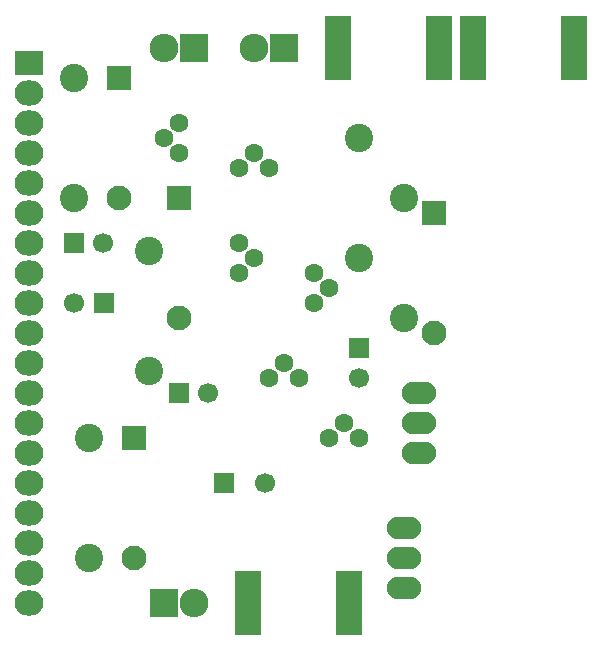
<source format=gbs>
G04 #@! TF.FileFunction,Soldermask,Bot*
%FSLAX46Y46*%
G04 Gerber Fmt 4.6, Leading zero omitted, Abs format (unit mm)*
G04 Created by KiCad (PCBNEW 4.0.4+e1-6308~48~ubuntu16.04.1-stable) date Thu Dec  1 19:25:44 2016*
%MOMM*%
%LPD*%
G01*
G04 APERTURE LIST*
%ADD10C,0.100000*%
%ADD11R,2.178000X5.480000*%
%ADD12R,2.432000X2.127200*%
%ADD13O,2.432000X2.127200*%
%ADD14C,2.398980*%
%ADD15C,2.099260*%
%ADD16R,2.099260X2.099260*%
%ADD17C,1.600000*%
%ADD18R,1.700000X1.700000*%
%ADD19C,1.700000*%
%ADD20R,2.432000X2.432000*%
%ADD21O,2.432000X2.432000*%
%ADD22O,2.899360X1.901140*%
G04 APERTURE END LIST*
D10*
D11*
X76644500Y-80010000D03*
X68135500Y-80010000D03*
X60515500Y-127000000D03*
X69024500Y-127000000D03*
X88074500Y-80010000D03*
X79565500Y-80010000D03*
D12*
X41910000Y-81280000D03*
D13*
X41910000Y-83820000D03*
X41910000Y-86360000D03*
X41910000Y-88900000D03*
X41910000Y-91440000D03*
X41910000Y-93980000D03*
X41910000Y-96520000D03*
X41910000Y-99060000D03*
X41910000Y-101600000D03*
X41910000Y-104140000D03*
X41910000Y-106680000D03*
X41910000Y-109220000D03*
X41910000Y-111760000D03*
X41910000Y-114300000D03*
X41910000Y-116840000D03*
X41910000Y-119380000D03*
X41910000Y-121920000D03*
X41910000Y-124460000D03*
X41910000Y-127000000D03*
D14*
X69850000Y-87630000D03*
X69850000Y-97790000D03*
X73660000Y-92710000D03*
X73660000Y-102870000D03*
X46990000Y-113030000D03*
X46990000Y-123190000D03*
X52070000Y-107315000D03*
X52070000Y-97155000D03*
X45720000Y-82550000D03*
X45720000Y-92710000D03*
D15*
X50802540Y-123190520D03*
D16*
X50802540Y-113030520D03*
D15*
X76202540Y-104140520D03*
D16*
X76202540Y-93980520D03*
D15*
X49532540Y-92710520D03*
D16*
X49532540Y-82550520D03*
D15*
X54612540Y-102870520D03*
D16*
X54612540Y-92710520D03*
D17*
X64770000Y-107950000D03*
X63500000Y-106680000D03*
X62230000Y-107950000D03*
X66040000Y-101600000D03*
X67310000Y-100330000D03*
X66040000Y-99060000D03*
X69850000Y-113030000D03*
X68580000Y-111760000D03*
X67310000Y-113030000D03*
X62230000Y-90170000D03*
X60960000Y-88900000D03*
X59690000Y-90170000D03*
X54610000Y-86360000D03*
X53340000Y-87630000D03*
X54610000Y-88900000D03*
X59690000Y-99060000D03*
X60960000Y-97790000D03*
X59690000Y-96520000D03*
D18*
X48260000Y-101600000D03*
D19*
X45760000Y-101600000D03*
D18*
X54610000Y-109220000D03*
D19*
X57110000Y-109220000D03*
X61920000Y-116840000D03*
D18*
X58420000Y-116840000D03*
X69850000Y-105410000D03*
D19*
X69850000Y-107910000D03*
D18*
X45720000Y-96520000D03*
D19*
X48220000Y-96520000D03*
D20*
X53340000Y-127000000D03*
D21*
X55880000Y-127000000D03*
D20*
X55880000Y-80010000D03*
D21*
X53340000Y-80010000D03*
D20*
X63500000Y-80010000D03*
D21*
X60960000Y-80010000D03*
D22*
X74930000Y-111760000D03*
X74930000Y-114300000D03*
X74930000Y-109220000D03*
X73660000Y-123190000D03*
X73660000Y-120650000D03*
X73660000Y-125730000D03*
M02*

</source>
